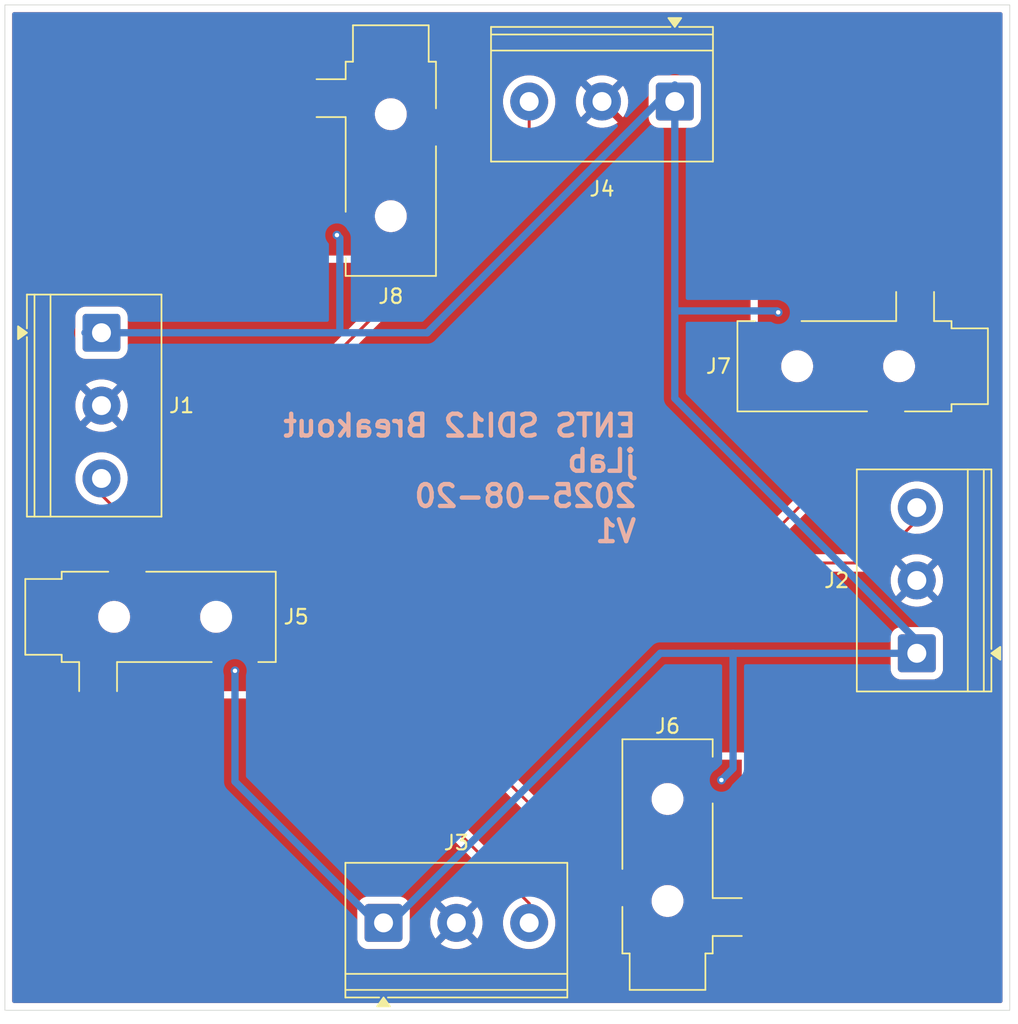
<source format=kicad_pcb>
(kicad_pcb (version 20241229) (generator "pcbnew") (generator_version "9.0")
  (title_block (title "ENTS SDI12 Breakout") (date "2025-08-20") (rev "V1") (company "jLab"))
  (layers (0 "F.Cu" signal) (2 "B.Cu" signal) (13 "F.Paste" user) (15 "B.Paste" user) (5 "F.SilkS" user "F.Silkscreen") (7 "B.SilkS" user "B.Silkscreen") (1 "F.Mask" user) (3 "B.Mask" user) (25 "Edge.Cuts" user))
  (net 0 "")
  (net 1 "/Information Meeting Point")
  (net 2 "GND")
  (net 3 "VCC")
  (footprint "TerminalBlock_Phoenix:TerminalBlock_Phoenix_PT-1,5-3-5.0-H_1x03_P5.00mm_Horizontal" (layer "F.Cu") (at 170.9175 107.5 90)
    (property "Reference" "J2" (at 5 -5.5 0) (layer "F.SilkS"))
    (property "Value" "Conn_01x03_Socket")
    (fp_line (start 12.62 -4.12) (end 12.62 5.12) (stroke (width 0.12)) (layer "F.SilkS"))
    (fp_line (start -2.62 -4.12) (end 12.62 -4.12) (stroke (width 0.12)) (layer "F.SilkS"))
    (fp_line (start -2.62 3.5) (end 12.62 3.5) (stroke (width 0.12)) (layer "F.SilkS"))
    (fp_line (start -2.62 4.6) (end 12.62 4.6) (stroke (width 0.12)) (layer "F.SilkS"))
    (fp_line (start 12.62 5.12) (end 0.3 5.12) (stroke (width 0.12)) (layer "F.SilkS"))
    (fp_line (start -0.3 5.12) (end -2.62 5.12) (stroke (width 0.12)) (layer "F.SilkS"))
    (fp_line (start -2.62 5.12) (end -2.62 -4.12) (stroke (width 0.12)) (layer "F.SilkS"))
    (fp_poly (pts (xy 0 5.12) (xy 0.44 5.73) (xy -0.44 5.73)) (stroke (width 0.12)) (fill yes) (layer "F.SilkS"))
    (pad "1" thru_hole roundrect (at 0 0 90) (size 2.6 2.6) (drill 1.3) (layers "*.Cu" "*.Mask") (roundrect_rratio 0.096154) (net 3 "VCC"))
    (pad "2" thru_hole circle (at 5 0 90) (size 2.6 2.6) (drill 1.3) (layers "*.Cu" "*.Mask") (net 2 "GND"))
    (pad "3" thru_hole circle (at 10 0 90) (size 2.6 2.6) (drill 1.3) (layers "*.Cu" "*.Mask") (net 1 "/Information Meeting Point"))
  )
  (footprint "TerminalBlock_Phoenix:TerminalBlock_Phoenix_PT-1,5-3-5.0-H_1x03_P5.00mm_Horizontal" (layer "F.Cu") (at 154.3 69.6325 180)
    (property "Reference" "J4" (at 5 -6 0) (layer "F.SilkS"))
    (property "Value" "Conn_01x03_Socket")
    (fp_line (start 12.62 5.12) (end 0.3 5.12) (stroke (width 0.12)) (layer "F.SilkS"))
    (fp_line (start 12.62 -4.12) (end 12.62 5.12) (stroke (width 0.12)) (layer "F.SilkS"))
    (fp_line (start -0.3 5.12) (end -2.62 5.12) (stroke (width 0.12)) (layer "F.SilkS"))
    (fp_line (start -2.62 5.12) (end -2.62 -4.12) (stroke (width 0.12)) (layer "F.SilkS"))
    (fp_line (start -2.62 4.6) (end 12.62 4.6) (stroke (width 0.12)) (layer "F.SilkS"))
    (fp_line (start -2.62 3.5) (end 12.62 3.5) (stroke (width 0.12)) (layer "F.SilkS"))
    (fp_line (start -2.62 -4.12) (end 12.62 -4.12) (stroke (width 0.12)) (layer "F.SilkS"))
    (fp_poly (pts (xy 0 5.12) (xy 0.44 5.73) (xy -0.44 5.73)) (stroke (width 0.12)) (fill yes) (layer "F.SilkS"))
    (pad "1" thru_hole roundrect (at 0 0 180) (size 2.6 2.6) (drill 1.3) (layers "*.Cu" "*.Mask") (roundrect_rratio 0.096154) (net 3 "VCC"))
    (pad "2" thru_hole circle (at 5 0 180) (size 2.6 2.6) (drill 1.3) (layers "*.Cu" "*.Mask") (net 2 "GND"))
    (pad "3" thru_hole circle (at 10 0 180) (size 2.6 2.6) (drill 1.3) (layers "*.Cu" "*.Mask") (net 1 "/Information Meeting Point"))
  )
  (footprint "Connector_Audio:Jack_3.5mm_CUI_SJ-3523-SMT_Horizontal" (layer "F.Cu") (at 167.2 87.8 -90)
    (property "Reference" "J7" (at 0 9.9 180) (layer "F.SilkS"))
    (property "Value" "AudioJack3")
    (fp_line (start -3.1 8.6) (end -3.1 7.4) (stroke (width 0.12)) (layer "F.SilkS"))
    (fp_line (start 3.1 8.6) (end -3.1 8.6) (stroke (width 0.12)) (layer "F.SilkS"))
    (fp_line (start -3.1 4.2) (end -3.1 -2.3) (stroke (width 0.12)) (layer "F.SilkS"))
    (fp_line (start 3.1 -0.3) (end 3.1 8.6) (stroke (width 0.12)) (layer "F.SilkS"))
    (fp_line (start -3.1 -2.3) (end -5.1 -2.3) (stroke (width 0.12)) (layer "F.SilkS"))
    (fp_line (start -3.1 -4.9) (end -5.1 -4.9) (stroke (width 0.12)) (layer "F.SilkS"))
    (fp_line (start -3.1 -4.9) (end -3.1 -6.1) (stroke (width 0.12)) (layer "F.SilkS"))
    (fp_line (start -3.1 -6.1) (end -2.6 -6.1) (stroke (width 0.12)) (layer "F.SilkS"))
    (fp_line (start -2.6 -6.1) (end -2.6 -8.6) (stroke (width 0.12)) (layer "F.SilkS"))
    (fp_line (start 2.6 -6.1) (end 3.1 -6.1) (stroke (width 0.12)) (layer "F.SilkS"))
    (fp_line (start 3.1 -6.1) (end 3.1 -2.9) (stroke (width 0.12)) (layer "F.SilkS"))
    (fp_line (start -2.6 -8.6) (end 2.6 -8.6) (stroke (width 0.12)) (layer "F.SilkS"))
    (fp_line (start 2.6 -8.6) (end 2.6 -6.1) (stroke (width 0.12)) (layer "F.SilkS"))
    (pad "" np_thru_hole circle (at 0 -2.5 270) (size 1.7 1.7) (drill 1.7) (layers "*.Cu" "*.Mask"))
    (pad "" np_thru_hole circle (at 0 4.5 270) (size 1.7 1.7) (drill 1.7) (layers "*.Cu" "*.Mask"))
    (pad "R" smd rect (at 3.7 -1.6 270) (size 2.8 2.2) (layers "F.Cu" "F.Mask" "F.Paste") (net 1 "/Information Meeting Point"))
    (pad "S" smd rect (at -3.7 -3.6 270) (size 2.8 2.2) (layers "F.Cu" "F.Mask" "F.Paste") (net 2 "GND"))
    (pad "T" smd rect (at -3.7 5.8 270) (size 2.8 2.8) (layers "F.Cu" "F.Mask" "F.Paste") (net 3 "VCC"))
  )
  (footprint "Connector_Audio:Jack_3.5mm_CUI_SJ-3523-SMT_Horizontal" (layer "F.Cu") (at 118.3 105 90)
    (property "Reference" "J5" (at 0 10 180) (layer "F.SilkS"))
    (property "Value" "AudioJack3")
    (fp_line (start 2.6 -8.6) (end 2.6 -6.1) (stroke (width 0.12)) (layer "F.SilkS"))
    (fp_line (start -2.6 -8.6) (end 2.6 -8.6) (stroke (width 0.12)) (layer "F.SilkS"))
    (fp_line (start 3.1 -6.1) (end 3.1 -2.9) (stroke (width 0.12)) (layer "F.SilkS"))
    (fp_line (start 2.6 -6.1) (end 3.1 -6.1) (stroke (width 0.12)) (layer "F.SilkS"))
    (fp_line (start -2.6 -6.1) (end -2.6 -8.6) (stroke (width 0.12)) (layer "F.SilkS"))
    (fp_line (start -3.1 -6.1) (end -2.6 -6.1) (stroke (width 0.12)) (layer "F.SilkS"))
    (fp_line (start -3.1 -4.9) (end -3.1 -6.1) (stroke (width 0.12)) (layer "F.SilkS"))
    (fp_line (start -3.1 -4.9) (end -5.1 -4.9) (stroke (width 0.12)) (layer "F.SilkS"))
    (fp_line (start -3.1 -2.3) (end -5.1 -2.3) (stroke (width 0.12)) (layer "F.SilkS"))
    (fp_line (start 3.1 -0.3) (end 3.1 8.6) (stroke (width 0.12)) (layer "F.SilkS"))
    (fp_line (start -3.1 4.2) (end -3.1 -2.3) (stroke (width 0.12)) (layer "F.SilkS"))
    (fp_line (start 3.1 8.6) (end -3.1 8.6) (stroke (width 0.12)) (layer "F.SilkS"))
    (fp_line (start -3.1 8.6) (end -3.1 7.4) (stroke (width 0.12)) (layer "F.SilkS"))
    (pad "" np_thru_hole circle (at 0 -2.5 90) (size 1.7 1.7) (drill 1.7) (layers "*.Cu" "*.Mask"))
    (pad "" np_thru_hole circle (at 0 4.5 90) (size 1.7 1.7) (drill 1.7) (layers "*.Cu" "*.Mask"))
    (pad "R" smd rect (at 3.7 -1.6 90) (size 2.8 2.2) (layers "F.Cu" "F.Mask" "F.Paste") (net 1 "/Information Meeting Point"))
    (pad "S" smd rect (at -3.7 -3.6 90) (size 2.8 2.2) (layers "F.Cu" "F.Mask" "F.Paste") (net 2 "GND"))
    (pad "T" smd rect (at -3.7 5.8 90) (size 2.8 2.8) (layers "F.Cu" "F.Mask" "F.Paste") (net 3 "VCC"))
  )
  (footprint "TerminalBlock_Phoenix:TerminalBlock_Phoenix_PT-1,5-3-5.0-H_1x03_P5.00mm_Horizontal" (layer "F.Cu") (at 134.3 126)
    (property "Reference" "J3" (at 5 -5.5 0) (layer "F.SilkS"))
    (property "Value" "Conn_01x03_Socket")
    (fp_line (start -2.62 -4.12) (end 12.62 -4.12) (stroke (width 0.12)) (layer "F.SilkS"))
    (fp_line (start -2.62 3.5) (end 12.62 3.5) (stroke (width 0.12)) (layer "F.SilkS"))
    (fp_line (start -2.62 4.6) (end 12.62 4.6) (stroke (width 0.12)) (layer "F.SilkS"))
    (fp_line (start -2.62 5.12) (end -2.62 -4.12) (stroke (width 0.12)) (layer "F.SilkS"))
    (fp_line (start -0.3 5.12) (end -2.62 5.12) (stroke (width 0.12)) (layer "F.SilkS"))
    (fp_line (start 12.62 -4.12) (end 12.62 5.12) (stroke (width 0.12)) (layer "F.SilkS"))
    (fp_line (start 12.62 5.12) (end 0.3 5.12) (stroke (width 0.12)) (layer "F.SilkS"))
    (fp_poly (pts (xy 0 5.12) (xy 0.44 5.73) (xy -0.44 5.73)) (stroke (width 0.12)) (fill yes) (layer "F.SilkS"))
    (pad "1" thru_hole roundrect (at 0 0) (size 2.6 2.6) (drill 1.3) (layers "*.Cu" "*.Mask") (roundrect_rratio 0.096154) (net 3 "VCC"))
    (pad "2" thru_hole circle (at 5 0) (size 2.6 2.6) (drill 1.3) (layers "*.Cu" "*.Mask") (net 2 "GND"))
    (pad "3" thru_hole circle (at 10 0) (size 2.6 2.6) (drill 1.3) (layers "*.Cu" "*.Mask") (net 1 "/Information Meeting Point"))
  )
  (footprint "Connector_Audio:Jack_3.5mm_CUI_SJ-3523-SMT_Horizontal" (layer "F.Cu") (at 153.8 122 180)
    (property "Reference" "J6" (at 0 9.5 0) (layer "F.SilkS"))
    (property "Value" "AudioJack3")
    (fp_line (start 3.1 8.6) (end -3.1 8.6) (stroke (width 0.12)) (layer "F.SilkS"))
    (fp_line (start 3.1 -0.3) (end 3.1 8.6) (stroke (width 0.12)) (layer "F.SilkS"))
    (fp_line (start 3.1 -6.1) (end 3.1 -2.9) (stroke (width 0.12)) (layer "F.SilkS"))
    (fp_line (start 2.6 -6.1) (end 3.1 -6.1) (stroke (width 0.12)) (layer "F.SilkS"))
    (fp_line (start 2.6 -8.6) (end 2.6 -6.1) (stroke (width 0.12)) (layer "F.SilkS"))
    (fp_line (start -2.6 -6.1) (end -2.6 -8.6) (stroke (width 0.12)) (layer "F.SilkS"))
    (fp_line (start -2.6 -8.6) (end 2.6 -8.6) (stroke (width 0.12)) (layer "F.SilkS"))
    (fp_line (start -3.1 8.6) (end -3.1 7.4) (stroke (width 0.12)) (layer "F.SilkS"))
    (fp_line (start -3.1 4.2) (end -3.1 -2.3) (stroke (width 0.12)) (layer "F.SilkS"))
    (fp_line (start -3.1 -2.3) (end -5.1 -2.3) (stroke (width 0.12)) (layer "F.SilkS"))
    (fp_line (start -3.1 -4.9) (end -3.1 -6.1) (stroke (width 0.12)) (layer "F.SilkS"))
    (fp_line (start -3.1 -4.9) (end -5.1 -4.9) (stroke (width 0.12)) (layer "F.SilkS"))
    (fp_line (start -3.1 -6.1) (end -2.6 -6.1) (stroke (width 0.12)) (layer "F.SilkS"))
    (pad "" np_thru_hole circle (at 0 -2.5 180) (size 1.7 1.7) (drill 1.7) (layers "*.Cu" "*.Mask"))
    (pad "" np_thru_hole circle (at 0 4.5 180) (size 1.7 1.7) (drill 1.7) (layers "*.Cu" "*.Mask"))
    (pad "R" smd rect (at 3.7 -1.6 180) (size 2.8 2.2) (layers "F.Cu" "F.Mask" "F.Paste") (net 1 "/Information Meeting Point"))
    (pad "S" smd rect (at -3.7 -3.6 180) (size 2.8 2.2) (layers "F.Cu" "F.Mask" "F.Paste") (net 2 "GND"))
    (pad "T" smd rect (at -3.7 5.8 180) (size 2.8 2.8) (layers "F.Cu" "F.Mask" "F.Paste") (net 3 "VCC"))
  )
  (footprint "Connector_Audio:Jack_3.5mm_CUI_SJ-3523-SMT_Horizontal" (layer "F.Cu") (at 134.8 73)
    (property "Reference" "J8" (at 0 10 0) (layer "F.SilkS"))
    (property "Value" "AudioJack3")
    (fp_line (start -3.1 -6.1) (end -2.6 -6.1) (stroke (width 0.12)) (layer "F.SilkS"))
    (fp_line (start -3.1 -4.9) (end -5.1 -4.9) (stroke (width 0.12)) (layer "F.SilkS"))
    (fp_line (start -3.1 -4.9) (end -3.1 -6.1) (stroke (width 0.12)) (layer "F.SilkS"))
    (fp_line (start -3.1 -2.3) (end -5.1 -2.3) (stroke (width 0.12)) (layer "F.SilkS"))
    (fp_line (start -3.1 4.2) (end -3.1 -2.3) (stroke (width 0.12)) (layer "F.SilkS"))
    (fp_line (start -3.1 8.6) (end -3.1 7.4) (stroke (width 0.12)) (layer "F.SilkS"))
    (fp_line (start -2.6 -8.6) (end 2.6 -8.6) (stroke (width 0.12)) (layer "F.SilkS"))
    (fp_line (start -2.6 -6.1) (end -2.6 -8.6) (stroke (width 0.12)) (layer "F.SilkS"))
    (fp_line (start 2.6 -8.6) (end 2.6 -6.1) (stroke (width 0.12)) (layer "F.SilkS"))
    (fp_line (start 2.6 -6.1) (end 3.1 -6.1) (stroke (width 0.12)) (layer "F.SilkS"))
    (fp_line (start 3.1 -6.1) (end 3.1 -2.9) (stroke (width 0.12)) (layer "F.SilkS"))
    (fp_line (start 3.1 -0.3) (end 3.1 8.6) (stroke (width 0.12)) (layer "F.SilkS"))
    (fp_line (start 3.1 8.6) (end -3.1 8.6) (stroke (width 0.12)) (layer "F.SilkS"))
    (pad "" np_thru_hole circle (at 0 -2.5) (size 1.7 1.7) (drill 1.7) (layers "*.Cu" "*.Mask"))
    (pad "" np_thru_hole circle (at 0 4.5) (size 1.7 1.7) (drill 1.7) (layers "*.Cu" "*.Mask"))
    (pad "R" smd rect (at 3.7 -1.6) (size 2.8 2.2) (layers "F.Cu" "F.Mask" "F.Paste") (net 1 "/Information Meeting Point"))
    (pad "S" smd rect (at -3.7 -3.6) (size 2.8 2.2) (layers "F.Cu" "F.Mask" "F.Paste") (net 2 "GND"))
    (pad "T" smd rect (at -3.7 5.8) (size 2.8 2.8) (layers "F.Cu" "F.Mask" "F.Paste") (net 3 "VCC"))
  )
  (footprint "TerminalBlock_Phoenix:TerminalBlock_Phoenix_PT-1,5-3-5.0-H_1x03_P5.00mm_Horizontal" (layer "F.Cu") (at 114.9325 85.5 -90)
    (property "Reference" "J1" (at 5 -5.5 0) (layer "F.SilkS"))
    (property "Value" "Conn_01x03_Socket")
    (fp_line (start -2.62 5.12) (end -2.62 -4.12) (stroke (width 0.12)) (layer "F.SilkS"))
    (fp_line (start -0.3 5.12) (end -2.62 5.12) (stroke (width 0.12)) (layer "F.SilkS"))
    (fp_line (start 12.62 5.12) (end 0.3 5.12) (stroke (width 0.12)) (layer "F.SilkS"))
    (fp_line (start -2.62 4.6) (end 12.62 4.6) (stroke (width 0.12)) (layer "F.SilkS"))
    (fp_line (start -2.62 3.5) (end 12.62 3.5) (stroke (width 0.12)) (layer "F.SilkS"))
    (fp_line (start -2.62 -4.12) (end 12.62 -4.12) (stroke (width 0.12)) (layer "F.SilkS"))
    (fp_line (start 12.62 -4.12) (end 12.62 5.12) (stroke (width 0.12)) (layer "F.SilkS"))
    (fp_poly (pts (xy 0 5.12) (xy 0.44 5.73) (xy -0.44 5.73)) (stroke (width 0.12)) (fill yes) (layer "F.SilkS"))
    (pad "1" thru_hole roundrect (at 0 0 270) (size 2.6 2.6) (drill 1.3) (layers "*.Cu" "*.Mask") (roundrect_rratio 0.096154) (net 3 "VCC"))
    (pad "2" thru_hole circle (at 5 0 270) (size 2.6 2.6) (drill 1.3) (layers "*.Cu" "*.Mask") (net 2 "GND"))
    (pad "3" thru_hole circle (at 10 0 270) (size 2.6 2.6) (drill 1.3) (layers "*.Cu" "*.Mask") (net 1 "/Information Meeting Point"))
  )
  (gr_rect (start 108.3 63) (end 177.3 132) (stroke (width 0.05)) (fill no) (layer "Edge.Cuts"))
  (gr_text "${TITLE}\n${COMPANY}\n${ISSUE_DATE}\n${REVISION}" (at 151.8 100 0) (layer "B.SilkS") (effects (font (size 1.5 1.5) (thickness 0.3) (bold yes)) (justify left bottom mirror)))
  (segment (start 116.7 101.3) (end 120.938477 101.3) (width 0.2) (layer "F.Cu") (net 1))
  (segment (start 168 101.3) (end 171.8 97.5) (width 0.2) (layer "F.Cu") (net 1))
  (segment (start 144.3 124.661523) (end 144.3 126.5) (width 0.2) (layer "F.Cu") (net 1))
  (segment (start 116.7 98.4) (end 116.7 101.3) (width 0.2) (layer "F.Cu") (net 1))
  (segment (start 116.7 101.3) (end 144.3 73.7) (width 0.2) (layer "F.Cu") (net 1))
  (segment (start 116.7 101.3) (end 159 101.3) (width 0.2) (layer "F.Cu") (net 1))
  (segment (start 116.7 101.3) (end 127.8 101.3) (width 0.2) (layer "F.Cu") (net 1))
  (segment (start 116.7 101.3) (end 168 101.3) (width 0.2) (layer "F.Cu") (net 1))
  (segment (start 120.938477 101.3) (end 144.3 124.661523) (width 0.2) (layer "F.Cu") (net 1))
  (segment (start 113.8 95.5) (end 116.7 98.4) (width 0.2) (layer "F.Cu") (net 1))
  (segment (start 116.7 101.3) (end 138.5 79.5) (width 0.2) (layer "F.Cu") (net 1))
  (segment (start 138.5 79.5) (end 138.5 71.4) (width 0.2) (layer "F.Cu") (net 1))
  (segment (start 144.3 73.7) (end 144.3 68.5) (width 0.2) (layer "F.Cu") (net 1))
  (segment (start 159 101.3) (end 168.8 91.5) (width 0.2) (layer "F.Cu") (net 1))
  (segment (start 127.8 101.3) (end 150.1 123.6) (width 0.2) (layer "F.Cu") (net 1))
  (segment (start 125.3 109.9) (end 125.3 110) (width 0.5) (layer "F.Cu") (net 3))
  (via (at 161.4 84.1) (size 0.6) (drill 0.3) (layers "F.Cu" "B.Cu") (net 3))
  (via (at 157.5 116.2) (size 0.6) (drill 0.3) (layers "F.Cu" "B.Cu") (net 3))
  (via (at 131.1 78.8) (size 0.6) (drill 0.3) (layers "F.Cu" "B.Cu") (net 3))
  (via (at 124.1 108.7) (size 0.6) (drill 0.3) (layers "F.Cu" "B.Cu") (net 3))
  (segment (start 153.3 107.5) (end 158.3 107.5) (width 0.5) (layer "B.Cu") (net 3))
  (segment (start 158.3 115.4) (end 157.5 116.2) (width 0.5) (layer "B.Cu") (net 3))
  (segment (start 158.3 107.5) (end 171.8 107.5) (width 0.5) (layer "B.Cu") (net 3))
  (segment (start 124.1 108.7) (end 124.1 116.3) (width 0.5) (layer "B.Cu") (net 3))
  (segment (start 137.3 85.5) (end 131.3 85.5) (width 0.5) (layer "B.Cu") (net 3))
  (segment (start 154.3 68.5) (end 137.3 85.5) (width 0.5) (layer "B.Cu") (net 3))
  (segment (start 134.3 126.5) (end 153.3 107.5) (width 0.5) (layer "B.Cu") (net 3))
  (segment (start 154.3 90) (end 154.3 84) (width 0.5) (layer "B.Cu") (net 3))
  (segment (start 154.3 84) (end 154.3 68.5) (width 0.5) (layer "B.Cu") (net 3))
  (segment (start 154.3 84) (end 161.3 84) (width 0.5) (layer "B.Cu") (net 3))
  (segment (start 131.3 85.5) (end 131.3 79) (width 0.5) (layer "B.Cu") (net 3))
  (segment (start 124.1 116.3) (end 134.3 126.5) (width 0.5) (layer "B.Cu") (net 3))
  (segment (start 131.3 79) (end 131.1 78.8) (width 0.5) (layer "B.Cu") (net 3))
  (segment (start 161.3 84) (end 161.4 84.1) (width 0.5) (layer "B.Cu") (net 3))
  (segment (start 171.8 107.5) (end 154.3 90) (width 0.5) (layer "B.Cu") (net 3))
  (segment (start 131.3 85.5) (end 113.8 85.5) (width 0.5) (layer "B.Cu") (net 3))
  (segment (start 158.3 107.5) (end 158.3 115.4) (width 0.5) (layer "B.Cu") (net 3))
  (zone (net 2) (net_name "GND") (layers "F.Cu" "B.Cu") (connect_pads (clearance 0.5)) (min_thickness 0.25) (fill yes (thermal_gap 0.5) (thermal_bridge_width 0.5))
    (polygon (pts (xy 177.3 63) (xy 108.8 63) (xy 108.3 132) (xy 177.3 132)))
  )
)
</source>
